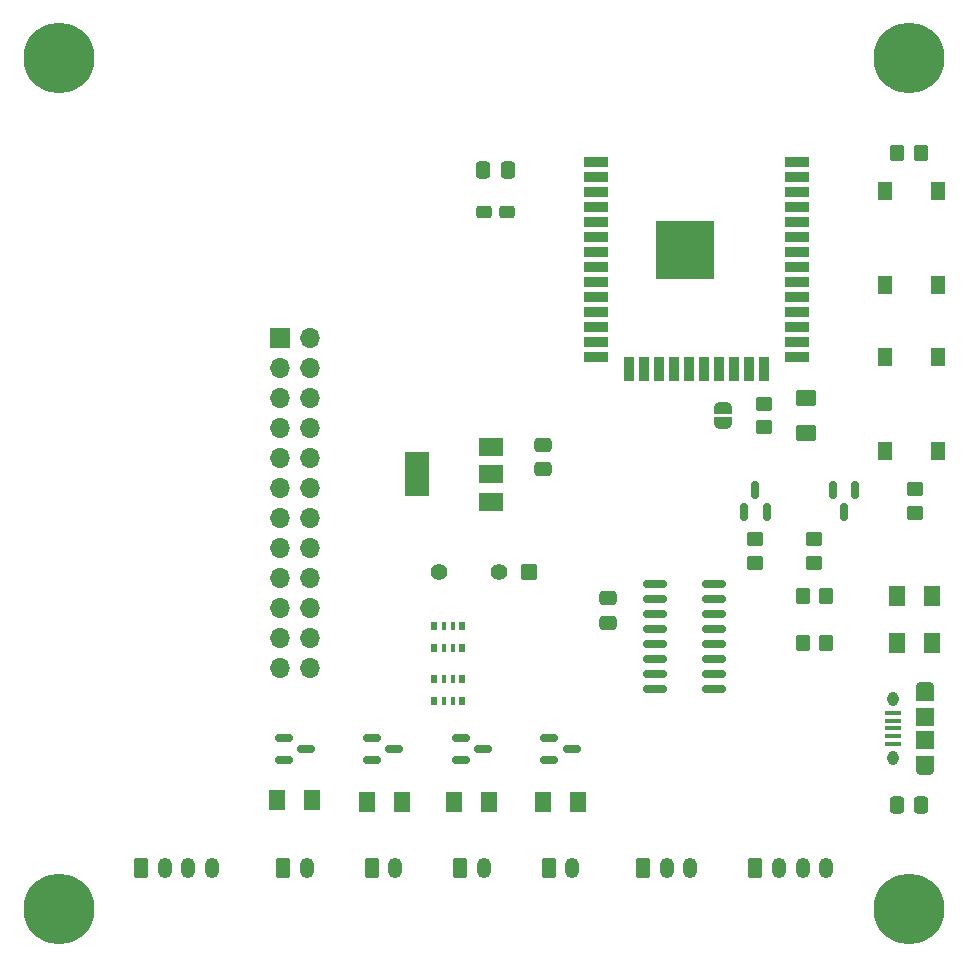
<source format=gts>
G04 #@! TF.GenerationSoftware,KiCad,Pcbnew,(6.0.5)*
G04 #@! TF.CreationDate,2022-09-29T16:52:04+02:00*
G04 #@! TF.ProjectId,target,74617267-6574-42e6-9b69-6361645f7063,rev?*
G04 #@! TF.SameCoordinates,Original*
G04 #@! TF.FileFunction,Soldermask,Top*
G04 #@! TF.FilePolarity,Negative*
%FSLAX46Y46*%
G04 Gerber Fmt 4.6, Leading zero omitted, Abs format (unit mm)*
G04 Created by KiCad (PCBNEW (6.0.5)) date 2022-09-29 16:52:04*
%MOMM*%
%LPD*%
G01*
G04 APERTURE LIST*
G04 Aperture macros list*
%AMRoundRect*
0 Rectangle with rounded corners*
0 $1 Rounding radius*
0 $2 $3 $4 $5 $6 $7 $8 $9 X,Y pos of 4 corners*
0 Add a 4 corners polygon primitive as box body*
4,1,4,$2,$3,$4,$5,$6,$7,$8,$9,$2,$3,0*
0 Add four circle primitives for the rounded corners*
1,1,$1+$1,$2,$3*
1,1,$1+$1,$4,$5*
1,1,$1+$1,$6,$7*
1,1,$1+$1,$8,$9*
0 Add four rect primitives between the rounded corners*
20,1,$1+$1,$2,$3,$4,$5,0*
20,1,$1+$1,$4,$5,$6,$7,0*
20,1,$1+$1,$6,$7,$8,$9,0*
20,1,$1+$1,$8,$9,$2,$3,0*%
%AMFreePoly0*
4,1,22,0.500000,-0.750000,0.000000,-0.750000,0.000000,-0.745033,-0.079941,-0.743568,-0.215256,-0.701293,-0.333266,-0.622738,-0.424486,-0.514219,-0.481581,-0.384460,-0.499164,-0.250000,-0.500000,-0.250000,-0.500000,0.250000,-0.499164,0.250000,-0.499963,0.256109,-0.478152,0.396186,-0.417904,0.524511,-0.324060,0.630769,-0.204165,0.706417,-0.067858,0.745374,0.000000,0.744959,0.000000,0.750000,
0.500000,0.750000,0.500000,-0.750000,0.500000,-0.750000,$1*%
%AMFreePoly1*
4,1,20,0.000000,0.744959,0.073905,0.744508,0.209726,0.703889,0.328688,0.626782,0.421226,0.519385,0.479903,0.390333,0.500000,0.250000,0.500000,-0.250000,0.499851,-0.262216,0.476331,-0.402017,0.414519,-0.529596,0.319384,-0.634700,0.198574,-0.708877,0.061801,-0.746166,0.000000,-0.745033,0.000000,-0.750000,-0.500000,-0.750000,-0.500000,0.750000,0.000000,0.750000,0.000000,0.744959,
0.000000,0.744959,$1*%
G04 Aperture macros list end*
%ADD10R,1.300000X1.550000*%
%ADD11RoundRect,0.250000X0.450000X-0.350000X0.450000X0.350000X-0.450000X0.350000X-0.450000X-0.350000X0*%
%ADD12RoundRect,0.250000X-0.350000X-0.450000X0.350000X-0.450000X0.350000X0.450000X-0.350000X0.450000X0*%
%ADD13C,6.000000*%
%ADD14RoundRect,0.250001X-0.462499X-0.624999X0.462499X-0.624999X0.462499X0.624999X-0.462499X0.624999X0*%
%ADD15R,0.500000X0.800000*%
%ADD16R,0.400000X0.800000*%
%ADD17RoundRect,0.250000X-0.350000X-0.625000X0.350000X-0.625000X0.350000X0.625000X-0.350000X0.625000X0*%
%ADD18O,1.200000X1.750000*%
%ADD19RoundRect,0.250000X-0.450000X0.350000X-0.450000X-0.350000X0.450000X-0.350000X0.450000X0.350000X0*%
%ADD20RoundRect,0.150000X-0.825000X-0.150000X0.825000X-0.150000X0.825000X0.150000X-0.825000X0.150000X0*%
%ADD21RoundRect,0.250000X0.475000X-0.337500X0.475000X0.337500X-0.475000X0.337500X-0.475000X-0.337500X0*%
%ADD22RoundRect,0.150000X0.150000X-0.587500X0.150000X0.587500X-0.150000X0.587500X-0.150000X-0.587500X0*%
%ADD23RoundRect,0.250000X0.337500X0.475000X-0.337500X0.475000X-0.337500X-0.475000X0.337500X-0.475000X0*%
%ADD24RoundRect,0.250001X-0.624999X0.462499X-0.624999X-0.462499X0.624999X-0.462499X0.624999X0.462499X0*%
%ADD25RoundRect,0.150000X-0.587500X-0.150000X0.587500X-0.150000X0.587500X0.150000X-0.587500X0.150000X0*%
%ADD26RoundRect,0.250000X0.400000X0.275000X-0.400000X0.275000X-0.400000X-0.275000X0.400000X-0.275000X0*%
%ADD27RoundRect,0.250001X0.462499X0.624999X-0.462499X0.624999X-0.462499X-0.624999X0.462499X-0.624999X0*%
%ADD28RoundRect,0.150000X-0.150000X0.587500X-0.150000X-0.587500X0.150000X-0.587500X0.150000X0.587500X0*%
%ADD29FreePoly0,270.000000*%
%ADD30FreePoly1,270.000000*%
%ADD31RoundRect,0.250000X-0.475000X0.337500X-0.475000X-0.337500X0.475000X-0.337500X0.475000X0.337500X0*%
%ADD32R,2.000000X1.500000*%
%ADD33R,2.000000X3.800000*%
%ADD34R,1.350000X0.400000*%
%ADD35R,1.550000X1.500000*%
%ADD36R,1.550000X1.200000*%
%ADD37O,0.950000X1.250000*%
%ADD38O,1.550000X0.890000*%
%ADD39RoundRect,0.250000X-0.337500X-0.475000X0.337500X-0.475000X0.337500X0.475000X-0.337500X0.475000X0*%
%ADD40R,2.000000X0.900000*%
%ADD41R,0.900000X2.000000*%
%ADD42R,5.000000X5.000000*%
%ADD43R,1.700000X1.700000*%
%ADD44O,1.700000X1.700000*%
%ADD45RoundRect,0.249200X0.450800X0.450800X-0.450800X0.450800X-0.450800X-0.450800X0.450800X-0.450800X0*%
%ADD46C,1.400000*%
G04 APERTURE END LIST*
D10*
X256000000Y-87225000D03*
X256000000Y-79275000D03*
X260500000Y-79275000D03*
X260500000Y-87225000D03*
D11*
X245000000Y-96750000D03*
X245000000Y-94750000D03*
D12*
X249000000Y-99500000D03*
X251000000Y-99500000D03*
D13*
X186000000Y-54000000D03*
D14*
X227012500Y-117000000D03*
X229987500Y-117000000D03*
D13*
X258000000Y-126000000D03*
D15*
X217800000Y-108400000D03*
D16*
X218600000Y-108400000D03*
X219400000Y-108400000D03*
D15*
X220200000Y-108400000D03*
X220200000Y-106600000D03*
D16*
X219400000Y-106600000D03*
X218600000Y-106600000D03*
D15*
X217800000Y-106600000D03*
D17*
X235500000Y-122550000D03*
D18*
X237500000Y-122550000D03*
X239500000Y-122550000D03*
D19*
X245750000Y-83250000D03*
X245750000Y-85250000D03*
X250000000Y-94750000D03*
X250000000Y-96750000D03*
D14*
X212126500Y-117000000D03*
X215101500Y-117000000D03*
D17*
X227500000Y-122550000D03*
D18*
X229500000Y-122550000D03*
D20*
X236525000Y-98555000D03*
X236525000Y-99825000D03*
X236525000Y-101095000D03*
X236525000Y-102365000D03*
X236525000Y-103635000D03*
X236525000Y-104905000D03*
X236525000Y-106175000D03*
X236525000Y-107445000D03*
X241475000Y-107445000D03*
X241475000Y-106175000D03*
X241475000Y-104905000D03*
X241475000Y-103635000D03*
X241475000Y-102365000D03*
X241475000Y-101095000D03*
X241475000Y-99825000D03*
X241475000Y-98555000D03*
D17*
X220000000Y-122550000D03*
D18*
X222000000Y-122550000D03*
D12*
X249000000Y-103500000D03*
X251000000Y-103500000D03*
D21*
X227000000Y-88787500D03*
X227000000Y-86712500D03*
D12*
X257000000Y-62000000D03*
X259000000Y-62000000D03*
D22*
X244050000Y-92437500D03*
X245950000Y-92437500D03*
X245000000Y-90562500D03*
D23*
X259037500Y-117250000D03*
X256962500Y-117250000D03*
D24*
X249250000Y-82762500D03*
X249250000Y-85737500D03*
D25*
X205062500Y-111550000D03*
X205062500Y-113450000D03*
X206937500Y-112500000D03*
D26*
X223975000Y-67000000D03*
X222025000Y-67000000D03*
D27*
X259987500Y-103500000D03*
X257012500Y-103500000D03*
D25*
X220062500Y-111550000D03*
X220062500Y-113450000D03*
X221937500Y-112500000D03*
D28*
X253450000Y-90562500D03*
X251550000Y-90562500D03*
X252500000Y-92437500D03*
D25*
X227562500Y-111550000D03*
X227562500Y-113450000D03*
X229437500Y-112500000D03*
D29*
X242250000Y-83600000D03*
D30*
X242250000Y-84900000D03*
D31*
X232500000Y-99712500D03*
X232500000Y-101787500D03*
D32*
X222650000Y-91550000D03*
X222650000Y-89250000D03*
X222650000Y-86950000D03*
D33*
X216350000Y-89250000D03*
D17*
X193000000Y-122550000D03*
D18*
X195000000Y-122550000D03*
X197000000Y-122550000D03*
X199000000Y-122550000D03*
D25*
X212562500Y-111550000D03*
X212562500Y-113450000D03*
X214437500Y-112500000D03*
D17*
X245000000Y-122550000D03*
D18*
X247000000Y-122550000D03*
X249000000Y-122550000D03*
X251000000Y-122550000D03*
D13*
X186000000Y-126000000D03*
D14*
X204506500Y-116840000D03*
X207481500Y-116840000D03*
D13*
X258000000Y-54000000D03*
D34*
X256664000Y-112044000D03*
X256664000Y-111394000D03*
X256664000Y-110744000D03*
X256664000Y-110094000D03*
X256664000Y-109444000D03*
D35*
X259364000Y-109744000D03*
D36*
X259364000Y-107844000D03*
D37*
X256664000Y-113244000D03*
D36*
X259364000Y-113644000D03*
D38*
X259364000Y-114244000D03*
D37*
X256664000Y-108244000D03*
D38*
X259364000Y-107244000D03*
D35*
X259364000Y-111744000D03*
D17*
X212500000Y-122550000D03*
D18*
X214500000Y-122550000D03*
D39*
X221962500Y-63500000D03*
X224037500Y-63500000D03*
D15*
X217800000Y-103900000D03*
D16*
X218600000Y-103900000D03*
X219400000Y-103900000D03*
D15*
X220200000Y-103900000D03*
X220200000Y-102100000D03*
D16*
X219400000Y-102100000D03*
X218600000Y-102100000D03*
D15*
X217800000Y-102100000D03*
D11*
X258500000Y-92500000D03*
X258500000Y-90500000D03*
D17*
X205000000Y-122550000D03*
D18*
X207000000Y-122550000D03*
D10*
X256000000Y-73225000D03*
X256000000Y-65275000D03*
X260500000Y-73225000D03*
X260500000Y-65275000D03*
D40*
X231530000Y-62781000D03*
X231530000Y-64051000D03*
X231530000Y-65321000D03*
X231530000Y-66591000D03*
X231530000Y-67861000D03*
X231530000Y-69131000D03*
X231530000Y-70401000D03*
X231530000Y-71671000D03*
X231530000Y-72941000D03*
X231530000Y-74211000D03*
X231530000Y-75481000D03*
X231530000Y-76751000D03*
X231530000Y-78021000D03*
X231530000Y-79291000D03*
D41*
X234315000Y-80291000D03*
X235585000Y-80291000D03*
X236855000Y-80291000D03*
X238125000Y-80291000D03*
X239395000Y-80291000D03*
X240665000Y-80291000D03*
X241935000Y-80291000D03*
X243205000Y-80291000D03*
X244475000Y-80291000D03*
X245745000Y-80291000D03*
D40*
X248530000Y-79291000D03*
X248530000Y-78021000D03*
X248530000Y-76751000D03*
X248530000Y-75481000D03*
X248530000Y-74211000D03*
X248530000Y-72941000D03*
X248530000Y-71671000D03*
X248530000Y-70401000D03*
X248530000Y-69131000D03*
X248530000Y-67861000D03*
X248530000Y-66591000D03*
X248530000Y-65321000D03*
X248530000Y-64051000D03*
X248530000Y-62781000D03*
D42*
X239030000Y-70281000D03*
D43*
X204719000Y-77719000D03*
D44*
X207259000Y-77719000D03*
X204719000Y-80259000D03*
X207259000Y-80259000D03*
X204719000Y-82799000D03*
X207259000Y-82799000D03*
X204719000Y-85339000D03*
X207259000Y-85339000D03*
X204719000Y-87879000D03*
X207259000Y-87879000D03*
X204719000Y-90419000D03*
X207259000Y-90419000D03*
X204719000Y-92959000D03*
X207259000Y-92959000D03*
X204719000Y-95499000D03*
X207259000Y-95499000D03*
X204719000Y-98039000D03*
X207259000Y-98039000D03*
X204719000Y-100579000D03*
X207259000Y-100579000D03*
X204719000Y-103119000D03*
X207259000Y-103119000D03*
X204719000Y-105659000D03*
X207259000Y-105659000D03*
D27*
X259987500Y-99500000D03*
X257012500Y-99500000D03*
D14*
X219512500Y-117000000D03*
X222487500Y-117000000D03*
D45*
X225800000Y-97485000D03*
D46*
X223260000Y-97485000D03*
X218180000Y-97485000D03*
M02*

</source>
